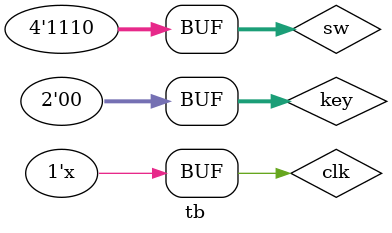
<source format=v>
module tb;
reg clk = 0;
reg [3:0] sw = 0;
reg [1:0] key = 0;
wire [7:0] led;
	
de0_nano_soc_baseline gcd(clk, sw, key, led);

always #5 clk <= ~clk;

initial 	
begin
	// GCD of -17 and 5 
	#10 sw = 4'b1110;
	#10 key = 1;
	#10 key = 0;
	
	#10 sw = 4'b1111;
	#10 key = 1;
	#10 key = 0;
	
	#10 sw = 4'b0000;
	#10 key = 1;
	#10 key = 0;
	
	#10 sw = 4'b0101;
	#10 key = 1;
	#10 key = 0;
	
	#10 key = 1;
	#10 key = 0;
		
	#200 key = 1;
	#10 key = 0;
	
	// GCD of 50 and 30; 
	#10 sw = 4'b0011;
	#10 key = 1;
	#10 key = 0;
	
	#10 sw = 4'b0010;
	#10 key = 1;
	#10 key = 0;
	
	#10 sw = 4'b0001; 
	#10 key = 1;
	#10 key = 0;
	
	#10 sw = 4'b1110;
	#10 key = 1;
	#10 key = 0;	
	
	#10 key = 1;
	#10 key = 0;	
	
end

endmodule
</source>
